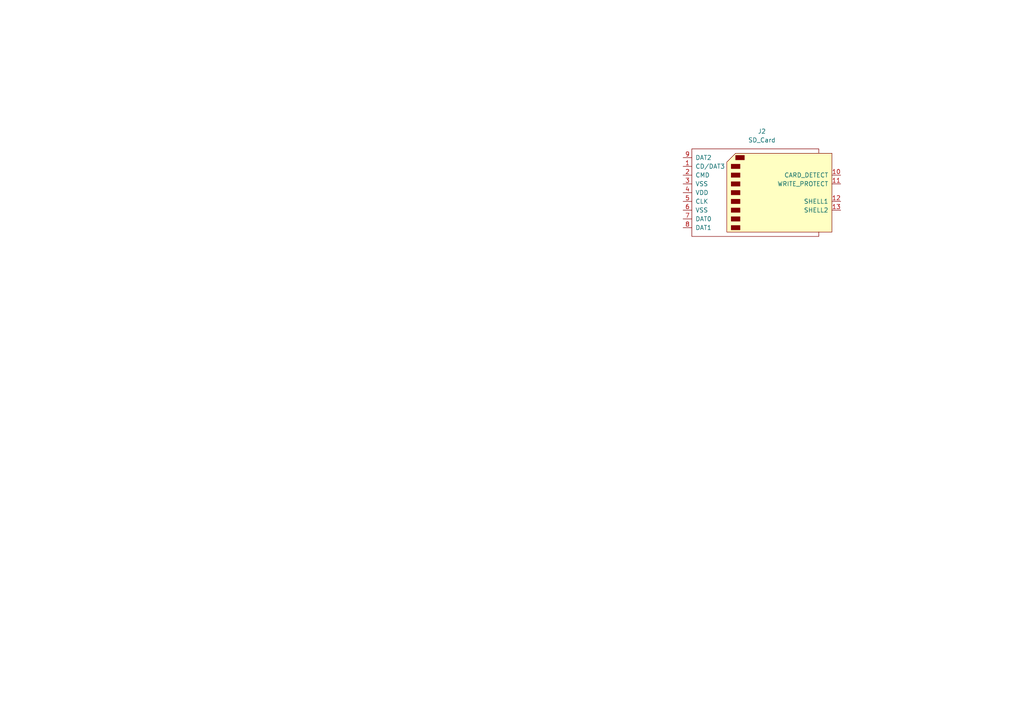
<source format=kicad_sch>
(kicad_sch (version 20230121) (generator eeschema)
  (paper "A4")
  (lib_symbols
    (symbol "Connector:SD_Card" (pin_names (offset 1.016))
      (property "Reference" "J" (at -16.51 13.97 0))
      (property "Value" "SD_Card" (at 15.24 -13.97 0))
      (symbol "SD_Card_0_1"
        (rectangle (start -8.89 -9.525) (end -6.35 -10.795) (fill (type outline)))
        (rectangle (start -8.89 -6.985) (end -6.35 -8.255) (fill (type outline)))
        (rectangle (start -8.89 -4.445) (end -6.35 -5.715) (fill (type outline)))
        (rectangle (start -8.89 -1.905) (end -6.35 -3.175) (fill (type outline)))
        (rectangle (start -8.89 0.635) (end -6.35 -0.635) (fill (type outline)))
        (rectangle (start -8.89 3.175) (end -6.35 1.905) (fill (type outline)))
        (rectangle (start -8.89 5.715) (end -6.35 4.445) (fill (type outline)))
        (rectangle (start -8.89 8.255) (end -6.35 6.985) (fill (type outline)))
        (rectangle (start -7.62 10.795) (end -5.08 9.525) (fill (type outline)))
        (polyline (pts (xy -10.16 8.89) (xy -7.62 11.43) (xy 20.32 11.43) (xy 20.32 -11.43) (xy -10.16 -11.43) (xy -10.16 8.89)) (fill (type background)))
        (polyline (pts (xy 16.51 11.43) (xy 16.51 12.7) (xy -20.32 12.7) (xy -20.32 -12.7) (xy 16.51 -12.7) (xy 16.51 -11.43)))
      )
      (symbol "SD_Card_1_1"
        (pin input line (at -22.86 7.62 0) (length 2.54) (name "CD/DAT3") (number "1"))
        (pin input line (at 22.86 5.08 180) (length 2.54) (name "CARD_DETECT") (number "10"))
        (pin input line (at 22.86 2.54 180) (length 2.54) (name "WRITE_PROTECT") (number "11"))
        (pin input line (at 22.86 -2.54 180) (length 2.54) (name "SHELL1") (number "12"))
        (pin input line (at 22.86 -5.08 180) (length 2.54) (name "SHELL2") (number "13"))
        (pin input line (at -22.86 5.08 0) (length 2.54) (name "CMD") (number "2"))
        (pin power_in line (at -22.86 2.54 0) (length 2.54) (name "VSS") (number "3"))
        (pin power_in line (at -22.86 0 0) (length 2.54) (name "VDD") (number "4"))
        (pin input line (at -22.86 -2.54 0) (length 2.54) (name "CLK") (number "5"))
        (pin power_in line (at -22.86 -5.08 0) (length 2.54) (name "VSS") (number "6"))
        (pin input line (at -22.86 -7.62 0) (length 2.54) (name "DAT0") (number "7"))
        (pin input line (at -22.86 -10.16 0) (length 2.54) (name "DAT1") (number "8"))
        (pin input line (at -22.86 10.16 0) (length 2.54) (name "DAT2") (number "9"))
      )
    )
  )
  (symbol (lib_id "Connector:SD_Card") (at 220.98 55.88 0) (unit 1)
    (property "Reference" "J2" (at 220.98 38.1 0))
    (property "Value" "SD_Card" (at 220.98 40.64 0))
    (property "Datasheet" "http://portal.fciconnect.com/Comergent//fci/drawing/10067847.pdf" (effects hide))
  )
)
</source>
